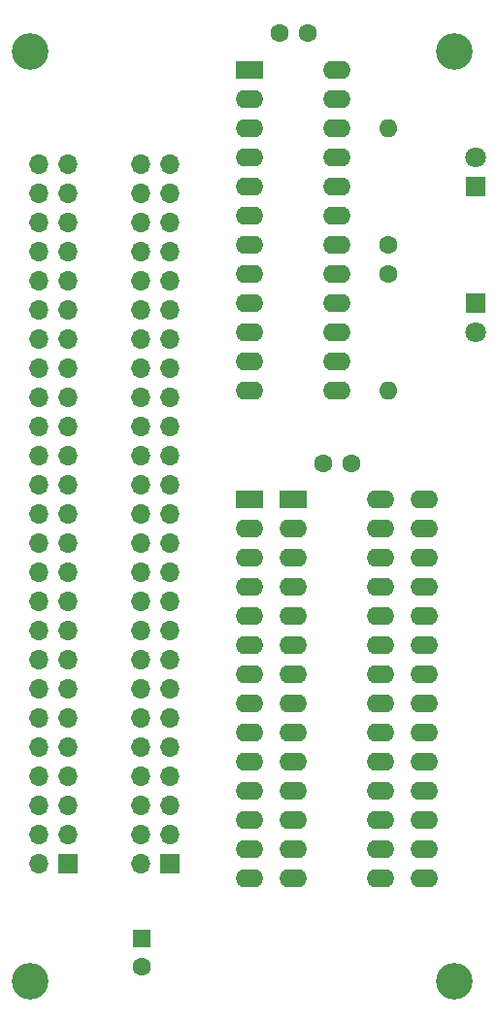
<source format=gbs>
G04 #@! TF.GenerationSoftware,KiCad,Pcbnew,(5.1.9)-1*
G04 #@! TF.CreationDate,2025-08-23T14:44:08+09:00*
G04 #@! TF.ProjectId,PC-8001_RAM,50432d38-3030-4315-9f52-414d2e6b6963,rev?*
G04 #@! TF.SameCoordinates,PX53920b0PY93c3260*
G04 #@! TF.FileFunction,Soldermask,Bot*
G04 #@! TF.FilePolarity,Negative*
%FSLAX46Y46*%
G04 Gerber Fmt 4.6, Leading zero omitted, Abs format (unit mm)*
G04 Created by KiCad (PCBNEW (5.1.9)-1) date 2025-08-23 14:44:08*
%MOMM*%
%LPD*%
G01*
G04 APERTURE LIST*
%ADD10C,3.200000*%
%ADD11R,1.600000X1.600000*%
%ADD12C,1.600000*%
%ADD13R,1.700000X1.700000*%
%ADD14O,1.700000X1.700000*%
%ADD15R,2.400000X1.600000*%
%ADD16O,2.400000X1.600000*%
%ADD17R,1.800000X1.800000*%
%ADD18C,1.800000*%
%ADD19O,1.600000X1.600000*%
G04 APERTURE END LIST*
D10*
X5000000Y86000000D03*
X42000000Y86000000D03*
X42000000Y5000000D03*
X5000000Y5000000D03*
D11*
X14765000Y8730000D03*
D12*
X14765000Y6230000D03*
D13*
X8255000Y15240000D03*
D14*
X5715000Y15240000D03*
X8255000Y17780000D03*
X5715000Y17780000D03*
X8255000Y20320000D03*
X5715000Y20320000D03*
X8255000Y22860000D03*
X5715000Y22860000D03*
X8255000Y25400000D03*
X5715000Y25400000D03*
X8255000Y27940000D03*
X5715000Y27940000D03*
X8255000Y30480000D03*
X5715000Y30480000D03*
X8255000Y33020000D03*
X5715000Y33020000D03*
X8255000Y35560000D03*
X5715000Y35560000D03*
X8255000Y38100000D03*
X5715000Y38100000D03*
X8255000Y40640000D03*
X5715000Y40640000D03*
X8255000Y43180000D03*
X5715000Y43180000D03*
X8255000Y45720000D03*
X5715000Y45720000D03*
X8255000Y48260000D03*
X5715000Y48260000D03*
X8255000Y50800000D03*
X5715000Y50800000D03*
X8255000Y53340000D03*
X5715000Y53340000D03*
X8255000Y55880000D03*
X5715000Y55880000D03*
X8255000Y58420000D03*
X5715000Y58420000D03*
X8255000Y60960000D03*
X5715000Y60960000D03*
X8255000Y63500000D03*
X5715000Y63500000D03*
X8255000Y66040000D03*
X5715000Y66040000D03*
X8255000Y68580000D03*
X5715000Y68580000D03*
X8255000Y71120000D03*
X5715000Y71120000D03*
X8255000Y73660000D03*
X5715000Y73660000D03*
X8255000Y76200000D03*
X5715000Y76200000D03*
D12*
X29210000Y87630000D03*
X26710000Y87630000D03*
X30520000Y50165000D03*
X33020000Y50165000D03*
D15*
X24130000Y84455000D03*
D16*
X31750000Y56515000D03*
X24130000Y81915000D03*
X31750000Y59055000D03*
X24130000Y79375000D03*
X31750000Y61595000D03*
X24130000Y76835000D03*
X31750000Y64135000D03*
X24130000Y74295000D03*
X31750000Y66675000D03*
X24130000Y71755000D03*
X31750000Y69215000D03*
X24130000Y69215000D03*
X31750000Y71755000D03*
X24130000Y66675000D03*
X31750000Y74295000D03*
X24130000Y64135000D03*
X31750000Y76835000D03*
X24130000Y61595000D03*
X31750000Y79375000D03*
X24130000Y59055000D03*
X31750000Y81915000D03*
X24130000Y56515000D03*
X31750000Y84455000D03*
D15*
X24130000Y46990000D03*
D16*
X39370000Y13970000D03*
X24130000Y44450000D03*
X39370000Y16510000D03*
X24130000Y41910000D03*
X39370000Y19050000D03*
X24130000Y39370000D03*
X39370000Y21590000D03*
X24130000Y36830000D03*
X39370000Y24130000D03*
X24130000Y34290000D03*
X39370000Y26670000D03*
X24130000Y31750000D03*
X39370000Y29210000D03*
X24130000Y29210000D03*
X39370000Y31750000D03*
X24130000Y26670000D03*
X39370000Y34290000D03*
X24130000Y24130000D03*
X39370000Y36830000D03*
X24130000Y21590000D03*
X39370000Y39370000D03*
X24130000Y19050000D03*
X39370000Y41910000D03*
X24130000Y16510000D03*
X39370000Y44450000D03*
X24130000Y13970000D03*
X39370000Y46990000D03*
D17*
X43815000Y74295000D03*
D18*
X43815000Y76835000D03*
X43815000Y61595000D03*
D17*
X43815000Y64135000D03*
D19*
X36195000Y56515000D03*
D12*
X36195000Y66675000D03*
X36195000Y69215000D03*
D19*
X36195000Y79375000D03*
D13*
X17145000Y15240000D03*
D14*
X14605000Y15240000D03*
X17145000Y17780000D03*
X14605000Y17780000D03*
X17145000Y20320000D03*
X14605000Y20320000D03*
X17145000Y22860000D03*
X14605000Y22860000D03*
X17145000Y25400000D03*
X14605000Y25400000D03*
X17145000Y27940000D03*
X14605000Y27940000D03*
X17145000Y30480000D03*
X14605000Y30480000D03*
X17145000Y33020000D03*
X14605000Y33020000D03*
X17145000Y35560000D03*
X14605000Y35560000D03*
X17145000Y38100000D03*
X14605000Y38100000D03*
X17145000Y40640000D03*
X14605000Y40640000D03*
X17145000Y43180000D03*
X14605000Y43180000D03*
X17145000Y45720000D03*
X14605000Y45720000D03*
X17145000Y48260000D03*
X14605000Y48260000D03*
X17145000Y50800000D03*
X14605000Y50800000D03*
X17145000Y53340000D03*
X14605000Y53340000D03*
X17145000Y55880000D03*
X14605000Y55880000D03*
X17145000Y58420000D03*
X14605000Y58420000D03*
X17145000Y60960000D03*
X14605000Y60960000D03*
X17145000Y63500000D03*
X14605000Y63500000D03*
X17145000Y66040000D03*
X14605000Y66040000D03*
X17145000Y68580000D03*
X14605000Y68580000D03*
X17145000Y71120000D03*
X14605000Y71120000D03*
X17145000Y73660000D03*
X14605000Y73660000D03*
X17145000Y76200000D03*
X14605000Y76200000D03*
D15*
X27940000Y46990000D03*
D16*
X35560000Y13970000D03*
X27940000Y44450000D03*
X35560000Y16510000D03*
X27940000Y41910000D03*
X35560000Y19050000D03*
X27940000Y39370000D03*
X35560000Y21590000D03*
X27940000Y36830000D03*
X35560000Y24130000D03*
X27940000Y34290000D03*
X35560000Y26670000D03*
X27940000Y31750000D03*
X35560000Y29210000D03*
X27940000Y29210000D03*
X35560000Y31750000D03*
X27940000Y26670000D03*
X35560000Y34290000D03*
X27940000Y24130000D03*
X35560000Y36830000D03*
X27940000Y21590000D03*
X35560000Y39370000D03*
X27940000Y19050000D03*
X35560000Y41910000D03*
X27940000Y16510000D03*
X35560000Y44450000D03*
X27940000Y13970000D03*
X35560000Y46990000D03*
M02*

</source>
